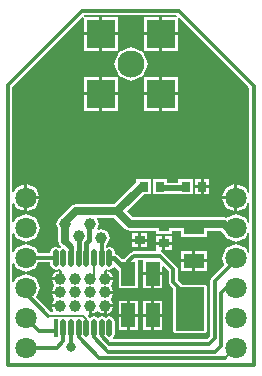
<source format=gtl>
%FSAX44Y44*%
%MOMM*%
G71*
G01*
G75*
G04 Layer_Physical_Order=1*
G04 Layer_Color=255*
%ADD10R,0.8000X0.9000*%
%ADD11R,0.9000X0.8000*%
%ADD12R,1.2000X2.0000*%
%ADD13O,0.4500X1.5000*%
%ADD14R,0.4500X1.5000*%
%ADD15R,1.8000X1.3000*%
%ADD16C,0.2000*%
%ADD17C,0.3000*%
%ADD18C,0.4000*%
%ADD19C,0.7000*%
%ADD20C,0.5000*%
%ADD21R,2.4130X3.6830*%
%ADD22C,2.3000*%
%ADD23R,2.4400X2.4400*%
%ADD24R,2.4400X2.4400*%
%ADD25C,1.0000*%
%ADD26C,1.8000*%
%ADD27C,0.8000*%
G36*
X-00004559Y00115520D02*
X-00000350Y00113777D01*
X00000960D01*
Y00113730D01*
X00013960D01*
Y00113777D01*
X00021440D01*
Y00111490D01*
X00034440D01*
Y00113777D01*
X00042340D01*
Y00108870D01*
X00064340D01*
Y00113427D01*
X00076274D01*
X00079431Y00110270D01*
X00080321Y00108121D01*
X00088740Y00104634D01*
X00097159Y00108121D01*
X00098966Y00112483D01*
X00100212Y00112235D01*
Y00095445D01*
X00098966Y00095197D01*
X00097159Y00099559D01*
X00088740Y00103046D01*
X00080321Y00099559D01*
X00076834Y00091140D01*
X00079276Y00085244D01*
X00068441Y00074409D01*
X00067332Y00071730D01*
X00067332Y00071730D01*
Y00063064D01*
X00067252Y00062871D01*
X00067252Y00062871D01*
Y00024349D01*
X00064781Y00021878D01*
X-00014464D01*
X-00014907Y00022947D01*
D01*
D01*
X-00013560Y00026200D01*
Y00036700D01*
X-00014907Y00039953D01*
X-00018160Y00041300D01*
X-00021410Y00039954D01*
X-00024660Y00041300D01*
X-00027910Y00039954D01*
X-00031160Y00041300D01*
X-00034410Y00039954D01*
X-00034925Y00040167D01*
X-00035364Y00041226D01*
X-00036145Y00042007D01*
X-00035440Y00043063D01*
X-00035720Y00043179D01*
Y00050233D01*
X-00033180D01*
Y00043179D01*
X-00029092Y00044872D01*
X-00028735Y00045735D01*
X-00027465D01*
X-00027108Y00044872D01*
X-00023020Y00043179D01*
Y00050233D01*
X-00021753D01*
Y00051500D01*
X-00014699D01*
X-00016392Y00055588D01*
X-00016395Y00055589D01*
Y00056392D01*
D01*
X-00014702Y00060480D01*
X-00021755D01*
Y00063020D01*
X-00014702D01*
X-00016395Y00067108D01*
D01*
X-00016395Y00067108D01*
Y00067108D01*
X-00014181Y00073077D01*
X-00014701Y00071820D01*
X-00021755D01*
Y00073088D01*
X-00023022D01*
Y00080141D01*
X-00021753Y00080667D01*
X-00021828Y00080849D01*
X-00020930Y00081747D01*
X-00018160Y00080600D01*
X-00014907Y00081947D01*
X-00014455Y00083039D01*
X-00013209Y00083287D01*
X-00010130Y00080207D01*
Y00065690D01*
X00005870D01*
Y00088922D01*
X00010370D01*
Y00078960D01*
X00026370D01*
Y00083623D01*
X00027543Y00084109D01*
X00032082Y00079570D01*
Y00070810D01*
X00032082Y00070810D01*
X00033191Y00068131D01*
X00035935Y00065387D01*
Y00029210D01*
X00036569Y00027679D01*
X00038100Y00027045D01*
X00062230D01*
X00063761Y00027679D01*
X00064395Y00029210D01*
Y00066040D01*
X00063761Y00067571D01*
X00062230Y00068205D01*
X00043833D01*
X00039658Y00072379D01*
Y00081140D01*
X00039658Y00081140D01*
X00038874Y00083034D01*
X00038549Y00083819D01*
X00038549Y00083819D01*
X00026978Y00095389D01*
X00024300Y00096498D01*
Y00096592D01*
X00025198Y00097490D01*
X00026670D01*
Y00102220D01*
X00021440D01*
Y00097490D01*
X00021440D01*
Y00097396D01*
X00020542Y00096498D01*
X00002540D01*
X-00000139Y00095389D01*
X-00000139Y00095389D01*
X-00004809Y00090719D01*
X-00005235Y00089690D01*
X-00007367D01*
X-00011188Y00093511D01*
X-00013560Y00094494D01*
Y00095700D01*
X-00014907Y00098953D01*
X-00018160Y00100300D01*
X-00019835Y00099606D01*
X-00020891Y00100312D01*
Y00102241D01*
X-00020043Y00102592D01*
X-00017823Y00107950D01*
X-00018343Y00109204D01*
Y00110030D01*
X-00019294Y00112326D01*
X-00019454Y00112486D01*
X-00019754Y00112610D01*
X-00020043Y00113308D01*
X-00025400Y00115527D01*
X-00027379Y00114707D01*
X-00028277Y00115605D01*
X-00026713Y00119380D01*
X-00028932Y00124738D01*
Y00124738D01*
Y00124738D01*
Y00124738D01*
X-00028909Y00124857D01*
X-00013896D01*
X-00004559Y00115520D01*
D02*
G37*
G36*
X-00068260Y00085200D02*
X-00066913Y00081947D01*
X-00063660Y00080600D01*
X-00060627Y00081856D01*
X-00060119Y00081347D01*
Y00080556D01*
X-00059850Y00080667D01*
X-00058580Y00080141D01*
Y00073088D01*
X-00059847D01*
Y00071820D01*
X-00066901D01*
X-00065208Y00067733D01*
D01*
Y00067733D01*
Y00067733D01*
D01*
X-00065208Y00067017D01*
X-00065208D01*
X-00066901Y00062930D01*
X-00059847D01*
Y00060390D01*
X-00066901D01*
X-00065208Y00056302D01*
D01*
Y00056302D01*
Y00056302D01*
D01*
X-00065208Y00055588D01*
X-00065208D01*
X-00066901Y00051500D01*
X-00059847D01*
Y00048960D01*
X-00066901D01*
X-00065800Y00046303D01*
X-00066506Y00045247D01*
X-00067830D01*
X-00080425Y00057842D01*
X-00077154Y00065740D01*
X-00080641Y00074159D01*
X-00089060Y00077646D01*
X-00097479Y00074159D01*
X-00098966Y00070569D01*
X-00100212Y00070816D01*
Y00086064D01*
X-00098966Y00086312D01*
X-00097479Y00082721D01*
X-00089060Y00079234D01*
X-00080641Y00082721D01*
X-00078723Y00087352D01*
X-00068260D01*
Y00085200D01*
D02*
G37*
G36*
X00038871Y00295156D02*
X00038789Y00294957D01*
D01*
X00038753Y00294870D01*
X00026670D01*
Y00281940D01*
X00039600D01*
Y00294023D01*
X00039687Y00294059D01*
D01*
X00040773Y00294509D01*
X00100212Y00235071D01*
Y00234670D01*
Y00174130D01*
X00100212Y00174130D01*
X00100212Y00174130D01*
Y00146245D01*
X00098966Y00145997D01*
X00097159Y00150359D01*
X00090010Y00153320D01*
Y00141938D01*
Y00130560D01*
X00097159Y00133521D01*
X00098966Y00137883D01*
X00100212Y00137635D01*
Y00120845D01*
X00098966Y00120597D01*
X00097159Y00124959D01*
X00088740Y00128446D01*
X00080321Y00124959D01*
X00080222Y00124719D01*
X00078740Y00125333D01*
X00064340D01*
Y00125870D01*
X00042340D01*
Y00125683D01*
X00013960D01*
Y00125730D01*
X00002069D01*
X-00002916Y00130715D01*
X00010999Y00144630D01*
X00016780D01*
Y00157630D01*
X00004780D01*
Y00155249D01*
X-00013706Y00136763D01*
X-00046850D01*
X-00051059Y00135020D01*
X-00060250Y00125829D01*
X-00060591Y00125005D01*
X-00061238Y00124738D01*
X-00063457Y00119380D01*
X-00061993Y00115847D01*
Y00109220D01*
Y00105570D01*
X-00060250Y00101361D01*
X-00058958Y00100826D01*
Y00099556D01*
X-00060410Y00098954D01*
X-00063660Y00100300D01*
X-00066913Y00098953D01*
X-00068260Y00095700D01*
Y00094928D01*
X-00078723D01*
X-00080641Y00099559D01*
X-00089060Y00103046D01*
X-00097479Y00099559D01*
X-00098966Y00095969D01*
X-00100212Y00096216D01*
Y00111464D01*
X-00098966Y00111712D01*
X-00097479Y00108121D01*
X-00089060Y00104634D01*
X-00080641Y00108121D01*
X-00077154Y00116540D01*
X-00080641Y00124959D01*
X-00089060Y00128446D01*
X-00097479Y00124959D01*
X-00098966Y00121369D01*
X-00100212Y00121616D01*
Y00136864D01*
X-00098966Y00137112D01*
X-00097479Y00133521D01*
X-00090330Y00130560D01*
Y00141938D01*
Y00153320D01*
X-00097479Y00150359D01*
X-00098966Y00146769D01*
X-00100212Y00147016D01*
Y00235431D01*
X-00040773Y00294869D01*
X-00040302Y00294674D01*
X-00040302D01*
X-00039600Y00294383D01*
Y00281940D01*
X-00026670D01*
Y00294870D01*
X-00039113D01*
X-00039404Y00295572D01*
Y00295572D01*
X-00039599Y00296043D01*
X-00039431Y00296212D01*
X00038166D01*
X00038871Y00295156D01*
D02*
G37*
%LPC*%
G36*
X00064340Y00096870D02*
X00054610D01*
Y00089640D01*
X00064340D01*
Y00096870D01*
D02*
G37*
G36*
X00052070D02*
X00042340D01*
Y00089640D01*
X00052070D01*
Y00096870D01*
D02*
G37*
G36*
Y00087100D02*
X00042340D01*
Y00079870D01*
X00052070D01*
Y00087100D01*
D02*
G37*
G36*
X00064340D02*
X00054610D01*
Y00079870D01*
X00064340D01*
Y00087100D01*
D02*
G37*
G36*
X00026670Y00109490D02*
X00021440D01*
Y00104760D01*
X00026670D01*
Y00109490D01*
D02*
G37*
G36*
X00034440D02*
X00029210D01*
Y00104760D01*
X00034440D01*
Y00109490D01*
D02*
G37*
G36*
X00006190Y00111730D02*
X00000960D01*
Y00107000D01*
X00006190D01*
Y00111730D01*
D02*
G37*
G36*
X00034440Y00102220D02*
X00029210D01*
Y00097490D01*
X00034440D01*
Y00102220D01*
D02*
G37*
G36*
X00006190Y00104460D02*
X00000960D01*
Y00099730D01*
X00006190D01*
Y00104460D01*
D02*
G37*
G36*
X00013960D02*
X00008730D01*
Y00099730D01*
X00013960D01*
Y00104460D01*
D02*
G37*
G36*
X-00020482Y00080141D02*
Y00074360D01*
X-00014702D01*
X-00016395Y00078447D01*
X-00020482Y00080141D01*
D02*
G37*
G36*
X00026370Y00040920D02*
X00019640D01*
Y00030190D01*
X00026370D01*
Y00040920D01*
D02*
G37*
G36*
X-00014699Y00048960D02*
X-00020480D01*
Y00043179D01*
X-00016392Y00044872D01*
X-00014699Y00048960D01*
D02*
G37*
G36*
X-00003400Y00054190D02*
X-00010130D01*
Y00043460D01*
X-00003400D01*
Y00054190D01*
D02*
G37*
G36*
Y00040920D02*
X-00010130D01*
Y00030190D01*
X-00003400D01*
Y00040920D01*
D02*
G37*
G36*
X00005870D02*
X-00000860D01*
Y00030190D01*
X00005870D01*
Y00040920D01*
D02*
G37*
G36*
X00017100D02*
X00010370D01*
Y00030190D01*
X00017100D01*
Y00040920D01*
D02*
G37*
G36*
Y00076420D02*
X00010370D01*
Y00065690D01*
X00017100D01*
Y00076420D01*
D02*
G37*
G36*
X00026370D02*
X00019640D01*
Y00065690D01*
X00026370D01*
Y00076420D01*
D02*
G37*
G36*
X-00061120Y00080141D02*
X-00065208Y00078447D01*
X-00066901Y00074360D01*
X-00061120D01*
Y00080141D01*
D02*
G37*
G36*
X00005870Y00054190D02*
X-00000860D01*
Y00043460D01*
X00005870D01*
Y00054190D01*
D02*
G37*
G36*
X00017100D02*
X00010370D01*
Y00043460D01*
X00017100D01*
Y00054190D01*
D02*
G37*
G36*
X00026370D02*
X00019640D01*
Y00043460D01*
X00026370D01*
Y00054190D01*
D02*
G37*
G36*
X00024130Y00244070D02*
X00011200D01*
Y00231140D01*
X00024130D01*
Y00244070D01*
D02*
G37*
G36*
X00039600D02*
X00026670D01*
Y00231140D01*
X00039600D01*
Y00244070D01*
D02*
G37*
G36*
X00000000Y00269882D02*
X-00010332Y00265602D01*
X-00014612Y00255270D01*
X-00010332Y00244938D01*
X00000000Y00240658D01*
X00010332Y00244938D01*
X00014612Y00255270D01*
X00010332Y00265602D01*
X00000000Y00269882D01*
D02*
G37*
G36*
X00039600Y00228600D02*
X00026670D01*
Y00215670D01*
X00039600D01*
Y00228600D01*
D02*
G37*
G36*
X-00026670Y00244070D02*
X-00039600D01*
Y00231140D01*
X-00026670D01*
Y00244070D01*
D02*
G37*
G36*
X-00011200D02*
X-00024130D01*
Y00231140D01*
X-00011200D01*
Y00244070D01*
D02*
G37*
G36*
X00039600Y00279400D02*
X00026670D01*
Y00266470D01*
X00039600D01*
Y00279400D01*
D02*
G37*
G36*
X-00011200Y00294870D02*
X-00024130D01*
Y00281940D01*
X-00011200D01*
Y00294870D01*
D02*
G37*
G36*
X00024130D02*
X00011200D01*
Y00281940D01*
X00024130D01*
Y00294870D01*
D02*
G37*
G36*
X-00026670Y00279400D02*
X-00039600D01*
Y00266470D01*
X-00026670D01*
Y00279400D01*
D02*
G37*
G36*
X-00011200D02*
X-00024130D01*
Y00266470D01*
X-00011200D01*
Y00279400D01*
D02*
G37*
G36*
X00024130D02*
X00011200D01*
Y00266470D01*
X00024130D01*
Y00279400D01*
D02*
G37*
G36*
Y00228600D02*
X00011200D01*
Y00215670D01*
X00024130D01*
Y00228600D01*
D02*
G37*
G36*
X-00087790Y00153320D02*
Y00143210D01*
X-00077680D01*
X-00080641Y00150359D01*
X-00087790Y00153320D01*
D02*
G37*
G36*
X00087470D02*
X00080321Y00150359D01*
X00077360Y00143210D01*
X00087470D01*
Y00153320D01*
D02*
G37*
G36*
X00059070Y00149860D02*
X00054340D01*
Y00144630D01*
X00059070D01*
Y00149860D01*
D02*
G37*
G36*
X00013960Y00111730D02*
X00008730D01*
Y00107000D01*
X00013960D01*
Y00111730D01*
D02*
G37*
G36*
X-00077680Y00140670D02*
X-00087790D01*
Y00130560D01*
X-00080641Y00133521D01*
X-00077680Y00140670D01*
D02*
G37*
G36*
X00087470D02*
X00077360D01*
X00080321Y00133521D01*
X00087470Y00130560D01*
Y00140670D01*
D02*
G37*
G36*
X00052340Y00157630D02*
X00040340D01*
Y00154661D01*
X00030780D01*
Y00157630D01*
X00018780D01*
Y00144630D01*
X00030780D01*
Y00144919D01*
X00040340D01*
Y00144630D01*
X00052340D01*
Y00157630D01*
D02*
G37*
G36*
X-00026670Y00228600D02*
X-00039600D01*
Y00215670D01*
X-00026670D01*
Y00228600D01*
D02*
G37*
G36*
X-00011200D02*
X-00024130D01*
Y00215670D01*
X-00011200D01*
Y00228600D01*
D02*
G37*
G36*
X00066340Y00149860D02*
X00061610D01*
Y00144630D01*
X00066340D01*
Y00149860D01*
D02*
G37*
G36*
X00059070Y00157630D02*
X00054340D01*
Y00152400D01*
X00059070D01*
Y00157630D01*
D02*
G37*
G36*
X00066340D02*
X00061610D01*
Y00152400D01*
X00066340D01*
Y00157630D01*
D02*
G37*
%LPD*%
D10*
X00046340Y00151130D02*
D03*
X00060340D02*
D03*
X00024780Y00151130D02*
D03*
X00010780D02*
D03*
D11*
X00007460Y00105730D02*
D03*
Y00119730D02*
D03*
X00027940Y00103490D02*
D03*
Y00117490D02*
D03*
D12*
X-00002130Y00042190D02*
D03*
X00018370D02*
D03*
Y00077690D02*
D03*
X-00002130D02*
D03*
D13*
X-00018160Y00090450D02*
D03*
X-00024660D02*
D03*
X-00031160D02*
D03*
X-00037660D02*
D03*
X-00044160D02*
D03*
X-00050660D02*
D03*
X-00057160D02*
D03*
X-00063660D02*
D03*
X-00018160Y00031450D02*
D03*
X-00024660D02*
D03*
X-00031160D02*
D03*
X-00037660D02*
D03*
X-00044160D02*
D03*
X-00050660D02*
D03*
X-00057160D02*
D03*
D14*
X-00063660D02*
D03*
D15*
X00053340Y00088370D02*
D03*
Y00117370D02*
D03*
D16*
X-00034450Y00073090D02*
X-00031160Y00076380D01*
Y00090450D01*
X-00069940Y00042000D02*
X-00040730D01*
X-00037660Y00031450D02*
Y00038930D01*
X-00040730Y00042000D02*
X-00037660Y00038930D01*
X00080126Y00006350D02*
X00088740Y00014964D01*
X-00025400Y00107950D02*
X-00021590D01*
X-00065900Y00029210D02*
X-00063660Y00031450D01*
X-00089060Y00141940D02*
X-00082870D01*
X-00021840Y00060660D02*
X-00021753Y00060748D01*
X-00089060Y00141320D02*
Y00141940D01*
X-00021590Y00107950D02*
Y00110030D01*
X-00021750Y00110190D02*
X-00021590Y00110030D01*
D17*
X-00091560Y00063620D02*
X-00069940Y00042000D01*
X00035870Y00070810D02*
X00041910Y00064770D01*
X00035870Y00070810D02*
Y00081140D01*
X-00002130Y00081200D02*
Y00088040D01*
Y00077690D02*
Y00081200D01*
X00024300Y00092710D02*
X00035870Y00081140D01*
X00002540Y00092710D02*
X00024300D01*
X-00002130Y00088040D02*
X00002540Y00092710D01*
X00071120Y00062951D02*
Y00071730D01*
X00071040Y00062871D02*
X00071120Y00062951D01*
X00071040Y00022780D02*
Y00062871D01*
X00076040Y00060800D02*
X00080980Y00065740D01*
X00076040Y00016210D02*
Y00060800D01*
X-00018182Y00018090D02*
X00066350D01*
X00071040Y00022780D01*
X-00019050Y00011430D02*
X00007830D01*
X00006350Y00011350D02*
X00071180D01*
X00076040Y00016210D01*
X-00031160Y00023540D02*
X-00019050Y00011430D01*
X00071120Y00071730D02*
X00088740Y00089351D01*
X-00026670Y00006350D02*
X00080126D01*
X-00044160Y00023840D02*
X-00026670Y00006350D01*
X00080980Y00065740D02*
X00088740D01*
X-00089060Y00063660D02*
Y00065740D01*
X-00044160Y00023840D02*
Y00031450D01*
X-00031160Y00023540D02*
Y00031450D01*
X00088740Y00089351D02*
Y00091140D01*
X-00024660Y00024568D02*
X-00018182Y00018090D01*
X-00024660Y00024568D02*
Y00031450D01*
X-00077913Y00029210D02*
X-00065900D01*
X-00089043Y00040340D02*
X-00077913Y00029210D01*
X-00024680Y00091700D02*
Y00107950D01*
X-00089060Y00091140D02*
X-00064350D01*
X-00050660Y00015240D02*
Y00031450D01*
X-00057160Y00020170D02*
Y00031450D01*
X-00062390Y00014940D02*
X-00057160Y00020170D01*
X-00089060Y00014940D02*
X-00062390D01*
X00104000Y00234670D02*
Y00236640D01*
X-00104000Y00000000D02*
X00104000D01*
Y00174130D02*
X00104140Y00173990D01*
X00104000Y00000000D02*
Y00234670D01*
X-00041000Y00300000D02*
X00040640D01*
X-00104000Y00237000D02*
X-00041000Y00300000D01*
X-00104000Y00000000D02*
Y00237000D01*
X00040640Y00300000D02*
X00104000Y00236640D01*
D18*
X-00005000Y00081200D02*
X-00002130D01*
X-00014250Y00090450D02*
X-00005000Y00081200D01*
X-00018160Y00090450D02*
X-00014250D01*
X-00037660Y00103512D02*
X-00035160Y00106012D01*
X-00050660Y00090450D02*
Y00100190D01*
X-00037660Y00090450D02*
Y00103512D01*
X-00044160Y00090450D02*
Y00109740D01*
X-00035160Y00106012D02*
Y00117400D01*
D19*
X00007460Y00119730D02*
X00059410D01*
X00078740Y00119380D02*
X00083820Y00114300D01*
X00058420Y00119380D02*
X00078740D01*
X-00056040Y00105570D02*
Y00121620D01*
Y00109220D02*
Y00121620D01*
X00009080Y00151130D02*
X00010620D01*
X-00056040Y00121620D02*
X-00046850Y00130810D01*
X-00011240D01*
X-00011335Y00130715D02*
X00009080Y00151130D01*
X-00011335Y00130715D02*
X-00000350Y00119730D01*
X00007460D01*
D20*
X-00056040Y00105570D02*
X-00050660Y00100190D01*
X00025890Y00149790D02*
X00045720D01*
D21*
X00050165Y00047625D02*
D03*
D22*
X00000000Y00255270D02*
D03*
D23*
X-00025400Y00280670D02*
D03*
Y00229870D02*
D03*
D24*
X00025400Y00280670D02*
D03*
Y00229870D02*
D03*
D25*
X-00059850Y00073090D02*
D03*
X-00025400Y00107950D02*
D03*
X-00034450Y00050230D02*
D03*
X-00059850D02*
D03*
Y00061660D02*
D03*
X-00047150Y00050230D02*
D03*
Y00061660D02*
D03*
X-00034450D02*
D03*
Y00073090D02*
D03*
X-00021753Y00061750D02*
D03*
Y00073090D02*
D03*
X-00044160Y00109740D02*
D03*
X-00021750Y00050230D02*
D03*
X-00047150Y00073090D02*
D03*
X-00055880Y00119380D02*
D03*
X-00034290D02*
D03*
D26*
X00088740Y00116540D02*
D03*
Y00141940D02*
D03*
Y00065740D02*
D03*
Y00040340D02*
D03*
Y00014964D02*
D03*
X-00089060Y00091140D02*
D03*
Y00065740D02*
D03*
X-00089043Y00040340D02*
D03*
X-00089060Y00014940D02*
D03*
X00088740Y00091140D02*
D03*
X-00089060Y00141940D02*
D03*
Y00116540D02*
D03*
D27*
X-00050800Y00015240D02*
D03*
M02*

</source>
